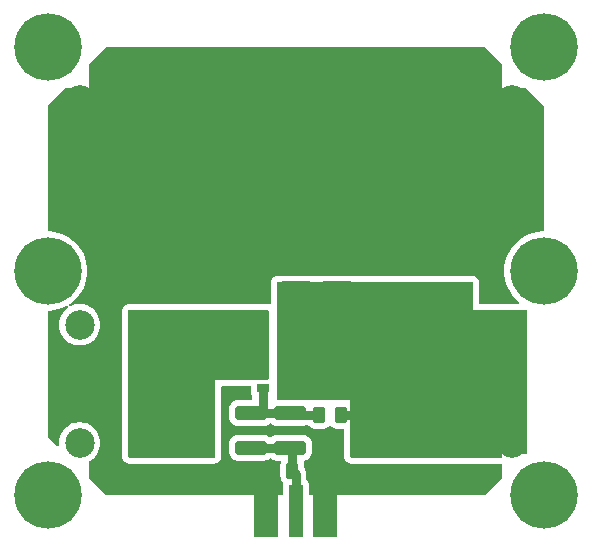
<source format=gtl>
%TF.GenerationSoftware,KiCad,Pcbnew,7.0.9*%
%TF.CreationDate,2024-01-13T21:21:30+01:00*%
%TF.ProjectId,line_injector,6c696e65-5f69-46e6-9a65-63746f722e6b,rev?*%
%TF.SameCoordinates,Original*%
%TF.FileFunction,Copper,L1,Top*%
%TF.FilePolarity,Positive*%
%FSLAX46Y46*%
G04 Gerber Fmt 4.6, Leading zero omitted, Abs format (unit mm)*
G04 Created by KiCad (PCBNEW 7.0.9) date 2024-01-13 21:21:30*
%MOMM*%
%LPD*%
G01*
G04 APERTURE LIST*
G04 Aperture macros list*
%AMRoundRect*
0 Rectangle with rounded corners*
0 $1 Rounding radius*
0 $2 $3 $4 $5 $6 $7 $8 $9 X,Y pos of 4 corners*
0 Add a 4 corners polygon primitive as box body*
4,1,4,$2,$3,$4,$5,$6,$7,$8,$9,$2,$3,0*
0 Add four circle primitives for the rounded corners*
1,1,$1+$1,$2,$3*
1,1,$1+$1,$4,$5*
1,1,$1+$1,$6,$7*
1,1,$1+$1,$8,$9*
0 Add four rect primitives between the rounded corners*
20,1,$1+$1,$2,$3,$4,$5,0*
20,1,$1+$1,$4,$5,$6,$7,0*
20,1,$1+$1,$6,$7,$8,$9,0*
20,1,$1+$1,$8,$9,$2,$3,0*%
%AMFreePoly0*
4,1,17,-1.530000,2.725000,1.530000,2.725000,1.530000,3.200000,2.280000,3.200000,2.280000,0.000000,2.775000,0.000000,2.775000,-0.905000,2.280000,-0.905000,2.280000,-1.330000,-2.280000,-1.330000,-2.280000,-0.905000,-2.775000,-0.905000,-2.775000,0.000000,-2.280000,0.000000,-2.280000,3.200000,-1.530000,3.200000,-1.530000,2.725000,-1.530000,2.725000,$1*%
G04 Aperture macros list end*
%TA.AperFunction,ComponentPad*%
%ADD10C,5.700000*%
%TD*%
%TA.AperFunction,SMDPad,CuDef*%
%ADD11RoundRect,0.250000X0.262500X0.450000X-0.262500X0.450000X-0.262500X-0.450000X0.262500X-0.450000X0*%
%TD*%
%TA.AperFunction,SMDPad,CuDef*%
%ADD12R,1.000000X0.750000*%
%TD*%
%TA.AperFunction,SMDPad,CuDef*%
%ADD13FreePoly0,270.000000*%
%TD*%
%TA.AperFunction,ComponentPad*%
%ADD14C,2.500000*%
%TD*%
%TA.AperFunction,ComponentPad*%
%ADD15C,4.000000*%
%TD*%
%TA.AperFunction,SMDPad,CuDef*%
%ADD16R,1.200000X4.500000*%
%TD*%
%TA.AperFunction,SMDPad,CuDef*%
%ADD17R,2.000000X4.500000*%
%TD*%
%TA.AperFunction,SMDPad,CuDef*%
%ADD18RoundRect,0.250000X1.100000X-0.325000X1.100000X0.325000X-1.100000X0.325000X-1.100000X-0.325000X0*%
%TD*%
%TA.AperFunction,ViaPad*%
%ADD19C,0.600000*%
%TD*%
%TA.AperFunction,Conductor*%
%ADD20C,0.750000*%
%TD*%
G04 APERTURE END LIST*
D10*
%TO.P,H6,1*%
%TO.N,N/C*%
X146000000Y-123000000D03*
%TD*%
%TO.P,H5,1*%
%TO.N,N/C*%
X146000000Y-142000000D03*
%TD*%
%TO.P,H4,1*%
%TO.N,N/C*%
X146000000Y-104000000D03*
%TD*%
%TO.P,H3,1*%
%TO.N,N/C*%
X104000000Y-142000000D03*
%TD*%
%TO.P,H2,1*%
%TO.N,N/C*%
X104000000Y-123000000D03*
%TD*%
%TO.P,H1,1*%
%TO.N,N/C*%
X104000000Y-104000000D03*
%TD*%
D11*
%TO.P,R2,2*%
%TO.N,Net-(Q1-G)*%
X126987500Y-135200000D03*
%TO.P,R2,1*%
%TO.N,Net-(J1-Pin_1)*%
X128812500Y-135200000D03*
%TD*%
%TO.P,R1,1*%
%TO.N,Net-(J2-In)*%
X124712500Y-139900000D03*
%TO.P,R1,2*%
%TO.N,GND*%
X122887500Y-139900000D03*
%TD*%
D12*
%TO.P,Q1,1,S*%
%TO.N,Net-(J4-Pin_1)*%
X122205000Y-129095000D03*
%TO.P,Q1,2,S*%
X122205000Y-130365000D03*
%TO.P,Q1,3,S*%
X122205000Y-131635000D03*
%TO.P,Q1,4,G*%
%TO.N,Net-(Q1-G)*%
X122205000Y-132905000D03*
D13*
%TO.P,Q1,5,D*%
%TO.N,Net-(J1-Pin_1)*%
X125000000Y-131000000D03*
%TD*%
D14*
%TO.P,J5,1,Pin_1*%
%TO.N,GND*%
X116900000Y-118500000D03*
X116900000Y-108500000D03*
D15*
X113000000Y-113500000D03*
D14*
X106700000Y-118500000D03*
X106700000Y-108500000D03*
%TD*%
%TO.P,J4,1,Pin_1*%
%TO.N,Net-(J4-Pin_1)*%
X116900000Y-137550000D03*
X116900000Y-127550000D03*
D15*
X113000000Y-132550000D03*
D14*
X106700000Y-137550000D03*
X106700000Y-127550000D03*
%TD*%
%TO.P,J3,1,Pin_1*%
%TO.N,GND*%
X133100000Y-108500000D03*
X133100000Y-118500000D03*
D15*
X137000000Y-113500000D03*
D14*
X143300000Y-108500000D03*
X143300000Y-118500000D03*
%TD*%
D16*
%TO.P,J2,1,In*%
%TO.N,Net-(J2-In)*%
X125000000Y-143350000D03*
D17*
%TO.P,J2,2,Ext*%
%TO.N,GND*%
X127500000Y-143350000D03*
X122500000Y-143350000D03*
%TD*%
D14*
%TO.P,J1,1,Pin_1*%
%TO.N,Net-(J1-Pin_1)*%
X133100000Y-127550000D03*
X133100000Y-137550000D03*
D15*
X137000000Y-132550000D03*
D14*
X143300000Y-127550000D03*
X143300000Y-137550000D03*
%TD*%
D18*
%TO.P,C4,1*%
%TO.N,Net-(J1-Pin_1)*%
X125000000Y-124475000D03*
%TO.P,C4,2*%
%TO.N,GND*%
X125000000Y-121525000D03*
%TD*%
%TO.P,C3,2*%
%TO.N,GND*%
X128500000Y-121525000D03*
%TO.P,C3,1*%
%TO.N,Net-(J1-Pin_1)*%
X128500000Y-124475000D03*
%TD*%
%TO.P,C2,1*%
%TO.N,Net-(J2-In)*%
X124500000Y-137975000D03*
%TO.P,C2,2*%
%TO.N,Net-(Q1-G)*%
X124500000Y-135025000D03*
%TD*%
%TO.P,C1,1*%
%TO.N,Net-(J2-In)*%
X121200000Y-137975000D03*
%TO.P,C1,2*%
%TO.N,Net-(Q1-G)*%
X121200000Y-135025000D03*
%TD*%
D19*
%TO.N,Net-(J1-Pin_1)*%
X129500000Y-133500000D03*
X129500000Y-131500000D03*
X129500000Y-129500000D03*
X125500000Y-127500000D03*
X127500000Y-127500000D03*
X129500000Y-127500000D03*
X130500000Y-124500000D03*
X130500000Y-136500000D03*
X130500000Y-134500000D03*
X130500000Y-132500000D03*
X130500000Y-130500000D03*
X130500000Y-128500000D03*
X130500000Y-126500000D03*
X128500000Y-126500000D03*
X126500000Y-126500000D03*
X124500000Y-126500000D03*
X128500000Y-128500000D03*
X128500000Y-130500000D03*
X128500000Y-132500000D03*
X126500000Y-128500000D03*
X124500000Y-128500000D03*
X127500000Y-129500000D03*
X126500000Y-129500000D03*
X125500000Y-129500000D03*
X124500000Y-129500000D03*
X124500000Y-130500000D03*
X125500000Y-130500000D03*
X126500000Y-130500000D03*
X127500000Y-130500000D03*
X127500000Y-131500000D03*
X126500000Y-131500000D03*
X125500000Y-131500000D03*
X124500000Y-131500000D03*
X127500000Y-133500000D03*
X127500000Y-132500000D03*
X126500000Y-132500000D03*
X126500000Y-133500000D03*
X125500000Y-133500000D03*
X125500000Y-132500000D03*
X124500000Y-132500000D03*
X124500000Y-133500000D03*
%TD*%
D20*
%TO.N,Net-(J2-In)*%
X124500000Y-137975000D02*
X121200000Y-137975000D01*
X124712500Y-139900000D02*
X124712500Y-138187500D01*
X124712500Y-138187500D02*
X124500000Y-137975000D01*
X125000000Y-143350000D02*
X125000000Y-140187500D01*
X125000000Y-140187500D02*
X124712500Y-139900000D01*
%TO.N,Net-(J1-Pin_1)*%
X130750000Y-135200000D02*
X133100000Y-137550000D01*
X128812500Y-135200000D02*
X130750000Y-135200000D01*
%TO.N,Net-(Q1-G)*%
X124675000Y-135200000D02*
X124500000Y-135025000D01*
X126987500Y-135200000D02*
X124675000Y-135200000D01*
X122205000Y-135025000D02*
X121200000Y-135025000D01*
X122205000Y-132905000D02*
X122205000Y-135025000D01*
X124500000Y-135025000D02*
X121200000Y-135025000D01*
%TD*%
%TA.AperFunction,Conductor*%
%TO.N,Net-(J4-Pin_1)*%
G36*
X122659191Y-126318907D02*
G01*
X122695155Y-126368407D01*
X122700000Y-126399000D01*
X122700000Y-132101000D01*
X122681093Y-132159191D01*
X122631593Y-132195155D01*
X122601000Y-132200000D01*
X118200000Y-132200000D01*
X118200000Y-132200001D01*
X118200000Y-138701000D01*
X118181093Y-138759191D01*
X118131593Y-138795155D01*
X118101000Y-138800000D01*
X110899000Y-138800000D01*
X110840809Y-138781093D01*
X110804845Y-138731593D01*
X110800000Y-138701000D01*
X110800000Y-126399000D01*
X110818907Y-126340809D01*
X110868407Y-126304845D01*
X110899000Y-126300000D01*
X122601000Y-126300000D01*
X122659191Y-126318907D01*
G37*
%TD.AperFunction*%
%TD*%
%TA.AperFunction,Conductor*%
%TO.N,Net-(J1-Pin_1)*%
G36*
X139959191Y-123918907D02*
G01*
X139995155Y-123968407D01*
X140000000Y-123999000D01*
X140000000Y-126300000D01*
X144501000Y-126300000D01*
X144559191Y-126318907D01*
X144595155Y-126368407D01*
X144600000Y-126399000D01*
X144600000Y-138401000D01*
X144581093Y-138459191D01*
X144531593Y-138495155D01*
X144501000Y-138500000D01*
X142500000Y-138500000D01*
X142500000Y-138500001D01*
X142500000Y-138701000D01*
X142481093Y-138759191D01*
X142431593Y-138795155D01*
X142401000Y-138800000D01*
X129699000Y-138800000D01*
X129640809Y-138781093D01*
X129604845Y-138731593D01*
X129600000Y-138701000D01*
X129600000Y-133900001D01*
X129600000Y-133900000D01*
X129599999Y-133900000D01*
X123499000Y-133900000D01*
X123440809Y-133881093D01*
X123404845Y-133831593D01*
X123400000Y-133801000D01*
X123400000Y-123999000D01*
X123418907Y-123940809D01*
X123468407Y-123904845D01*
X123499000Y-123900000D01*
X139901000Y-123900000D01*
X139959191Y-123918907D01*
G37*
%TD.AperFunction*%
%TD*%
%TA.AperFunction,Conductor*%
%TO.N,GND*%
G36*
X141017183Y-104018907D02*
G01*
X141028996Y-104028996D01*
X142471004Y-105471004D01*
X142498781Y-105525521D01*
X142500000Y-105541008D01*
X142500000Y-107500000D01*
X142500001Y-107500000D01*
X144458992Y-107500000D01*
X144517183Y-107518907D01*
X144528996Y-107528996D01*
X145971004Y-108971004D01*
X145998781Y-109025521D01*
X146000000Y-109041008D01*
X146000000Y-119550500D01*
X145981093Y-119608691D01*
X145931593Y-119644655D01*
X145901000Y-119649500D01*
X145818341Y-119649500D01*
X145457147Y-119688782D01*
X145102339Y-119766881D01*
X145102337Y-119766881D01*
X144758025Y-119882894D01*
X144428300Y-120035441D01*
X144428294Y-120035444D01*
X144116981Y-120222755D01*
X144116976Y-120222758D01*
X143827742Y-120442627D01*
X143563984Y-120692473D01*
X143563974Y-120692483D01*
X143328778Y-120969379D01*
X143328771Y-120969389D01*
X143124886Y-121270094D01*
X142954700Y-121591097D01*
X142820224Y-121928611D01*
X142820220Y-121928622D01*
X142723027Y-122278678D01*
X142664248Y-122637214D01*
X142644579Y-123000000D01*
X142664248Y-123362785D01*
X142723027Y-123721321D01*
X142820220Y-124071377D01*
X142820224Y-124071388D01*
X142954700Y-124408902D01*
X142954702Y-124408905D01*
X143124883Y-124729900D01*
X143328773Y-125030614D01*
X143328777Y-125030619D01*
X143328778Y-125030620D01*
X143563974Y-125307516D01*
X143563984Y-125307526D01*
X143827742Y-125557372D01*
X143905770Y-125616687D01*
X143940653Y-125666954D01*
X143939328Y-125728125D01*
X143902300Y-125776834D01*
X143845858Y-125794500D01*
X140604500Y-125794500D01*
X140546309Y-125775593D01*
X140510345Y-125726093D01*
X140505500Y-125695500D01*
X140505500Y-123999006D01*
X140505499Y-123998994D01*
X140499278Y-123919930D01*
X140494433Y-123889337D01*
X140471257Y-123798533D01*
X140404113Y-123671281D01*
X140368149Y-123621781D01*
X140350518Y-123598917D01*
X140244514Y-123501629D01*
X140244513Y-123501628D01*
X140115398Y-123438148D01*
X140115399Y-123438148D01*
X140057206Y-123419240D01*
X140043417Y-123414976D01*
X140043402Y-123414973D01*
X139901005Y-123394500D01*
X139901000Y-123394500D01*
X123499000Y-123394500D01*
X123419930Y-123400722D01*
X123389337Y-123405567D01*
X123298535Y-123428742D01*
X123298534Y-123428742D01*
X123298533Y-123428743D01*
X123280709Y-123438148D01*
X123171279Y-123495887D01*
X123171278Y-123495888D01*
X123121781Y-123531851D01*
X123098923Y-123549477D01*
X123098917Y-123549482D01*
X123001628Y-123655486D01*
X122938148Y-123784600D01*
X122919240Y-123842794D01*
X122914976Y-123856582D01*
X122914973Y-123856597D01*
X122894500Y-123998994D01*
X122894500Y-125727587D01*
X122875593Y-125785778D01*
X122826093Y-125821742D01*
X122764916Y-125821744D01*
X122757210Y-125819241D01*
X122743417Y-125814976D01*
X122743402Y-125814973D01*
X122601005Y-125794500D01*
X122601000Y-125794500D01*
X110899000Y-125794500D01*
X110819930Y-125800722D01*
X110789337Y-125805567D01*
X110698535Y-125828742D01*
X110698534Y-125828742D01*
X110698533Y-125828743D01*
X110656115Y-125851124D01*
X110571279Y-125895887D01*
X110571278Y-125895888D01*
X110521781Y-125931851D01*
X110498923Y-125949477D01*
X110498917Y-125949482D01*
X110401628Y-126055486D01*
X110338148Y-126184600D01*
X110319240Y-126242794D01*
X110314976Y-126256582D01*
X110314973Y-126256597D01*
X110294500Y-126398994D01*
X110294500Y-126399000D01*
X110294500Y-138701000D01*
X110300722Y-138780070D01*
X110305567Y-138810663D01*
X110328743Y-138901467D01*
X110339806Y-138922433D01*
X110395887Y-139028720D01*
X110395888Y-139028721D01*
X110411711Y-139050499D01*
X110431851Y-139078219D01*
X110449482Y-139101083D01*
X110555486Y-139198371D01*
X110684604Y-139261853D01*
X110724351Y-139274767D01*
X110742794Y-139280760D01*
X110748966Y-139282668D01*
X110756584Y-139285024D01*
X110756594Y-139285025D01*
X110756597Y-139285026D01*
X110898995Y-139305500D01*
X110899000Y-139305500D01*
X118100994Y-139305500D01*
X118101000Y-139305500D01*
X118180070Y-139299278D01*
X118210663Y-139294433D01*
X118301467Y-139271257D01*
X118428719Y-139204113D01*
X118478219Y-139168149D01*
X118501083Y-139150518D01*
X118598371Y-139044514D01*
X118661853Y-138915396D01*
X118680760Y-138857205D01*
X118685024Y-138843416D01*
X118695773Y-138768656D01*
X118705500Y-138701005D01*
X118705500Y-132804500D01*
X118724407Y-132746309D01*
X118773907Y-132710345D01*
X118804500Y-132705500D01*
X121105500Y-132705500D01*
X121163691Y-132724407D01*
X121199655Y-132773907D01*
X121204500Y-132804500D01*
X121204500Y-133327866D01*
X121204501Y-133327870D01*
X121210908Y-133387480D01*
X121210909Y-133387485D01*
X121261203Y-133522330D01*
X121261204Y-133522333D01*
X121309752Y-133587182D01*
X121329490Y-133645096D01*
X121329500Y-133646512D01*
X121329500Y-133850500D01*
X121310593Y-133908691D01*
X121261093Y-133944655D01*
X121230500Y-133949500D01*
X120049983Y-133949500D01*
X119947211Y-133959999D01*
X119947199Y-133960002D01*
X119780663Y-134015187D01*
X119631347Y-134107285D01*
X119507285Y-134231347D01*
X119415187Y-134380663D01*
X119360000Y-134547205D01*
X119349500Y-134649983D01*
X119349500Y-135400016D01*
X119359999Y-135502788D01*
X119360002Y-135502800D01*
X119415187Y-135669336D01*
X119507285Y-135818652D01*
X119507286Y-135818653D01*
X119507288Y-135818656D01*
X119631344Y-135942712D01*
X119780666Y-136034814D01*
X119947203Y-136089999D01*
X120049991Y-136100500D01*
X122350008Y-136100499D01*
X122350016Y-136100499D01*
X122452788Y-136090000D01*
X122452788Y-136089999D01*
X122452797Y-136089999D01*
X122619334Y-136034814D01*
X122768656Y-135942712D01*
X122779998Y-135931369D01*
X122834513Y-135903594D01*
X122894945Y-135913165D01*
X122920000Y-135931368D01*
X122931344Y-135942712D01*
X123080666Y-136034814D01*
X123247203Y-136089999D01*
X123349991Y-136100500D01*
X125650008Y-136100499D01*
X125650016Y-136100499D01*
X125752788Y-136090000D01*
X125752788Y-136089999D01*
X125752797Y-136089999D01*
X125781388Y-136080524D01*
X125812527Y-136075500D01*
X126050416Y-136075500D01*
X126108607Y-136094407D01*
X126127665Y-136114965D01*
X126128715Y-136114136D01*
X126132285Y-136118652D01*
X126132288Y-136118656D01*
X126256344Y-136242712D01*
X126405666Y-136334814D01*
X126572203Y-136389999D01*
X126674991Y-136400500D01*
X127300008Y-136400499D01*
X127300016Y-136400499D01*
X127402788Y-136390000D01*
X127402788Y-136389999D01*
X127402797Y-136389999D01*
X127569334Y-136334814D01*
X127718656Y-136242712D01*
X127829998Y-136131369D01*
X127884513Y-136103594D01*
X127944945Y-136113165D01*
X127970000Y-136131368D01*
X128081344Y-136242712D01*
X128230666Y-136334814D01*
X128397203Y-136389999D01*
X128499991Y-136400500D01*
X128995499Y-136400499D01*
X129053690Y-136419406D01*
X129089654Y-136468906D01*
X129094499Y-136499499D01*
X129094500Y-138700995D01*
X129094500Y-138701000D01*
X129100722Y-138780070D01*
X129105567Y-138810663D01*
X129128743Y-138901467D01*
X129139806Y-138922433D01*
X129195887Y-139028720D01*
X129195888Y-139028721D01*
X129211711Y-139050499D01*
X129231851Y-139078219D01*
X129249482Y-139101083D01*
X129355486Y-139198371D01*
X129484604Y-139261853D01*
X129524351Y-139274767D01*
X129542794Y-139280760D01*
X129548966Y-139282668D01*
X129556584Y-139285024D01*
X129556594Y-139285025D01*
X129556597Y-139285026D01*
X129698995Y-139305500D01*
X142401000Y-139305500D01*
X142459191Y-139324407D01*
X142495155Y-139373907D01*
X142500000Y-139404500D01*
X142500000Y-140458992D01*
X142481093Y-140517183D01*
X142471004Y-140528996D01*
X141028996Y-141971004D01*
X140974479Y-141998781D01*
X140958992Y-142000000D01*
X126199499Y-142000000D01*
X126141308Y-141981093D01*
X126105344Y-141931593D01*
X126100499Y-141901000D01*
X126100499Y-141052133D01*
X126100499Y-141052128D01*
X126094091Y-140992517D01*
X126060069Y-140901299D01*
X126043797Y-140857670D01*
X125957549Y-140742458D01*
X125957548Y-140742457D01*
X125957546Y-140742454D01*
X125957542Y-140742451D01*
X125957540Y-140742449D01*
X125915170Y-140710730D01*
X125879918Y-140660721D01*
X125875500Y-140631478D01*
X125875500Y-140225084D01*
X125875662Y-140221084D01*
X125880339Y-140163652D01*
X125869085Y-140081058D01*
X125860073Y-139998184D01*
X125859253Y-139995752D01*
X125854977Y-139977506D01*
X125854631Y-139974963D01*
X125825885Y-139896720D01*
X125799267Y-139817720D01*
X125797941Y-139815516D01*
X125789847Y-139798626D01*
X125789755Y-139798377D01*
X125788960Y-139796212D01*
X125744068Y-139725978D01*
X125741975Y-139722499D01*
X125739667Y-139718662D01*
X125725499Y-139667628D01*
X125725499Y-139399983D01*
X125715000Y-139297211D01*
X125714999Y-139297209D01*
X125714999Y-139297203D01*
X125672597Y-139169245D01*
X125672242Y-139108062D01*
X125707917Y-139058353D01*
X125747900Y-139042949D01*
X125747511Y-139041130D01*
X125752784Y-139040000D01*
X125752797Y-139039999D01*
X125919334Y-138984814D01*
X126068656Y-138892712D01*
X126192712Y-138768656D01*
X126284814Y-138619334D01*
X126339999Y-138452797D01*
X126350500Y-138350009D01*
X126350499Y-137599992D01*
X126350499Y-137599991D01*
X126350499Y-137599983D01*
X126340000Y-137497211D01*
X126339999Y-137497209D01*
X126339999Y-137497203D01*
X126284814Y-137330666D01*
X126192712Y-137181344D01*
X126068656Y-137057288D01*
X126068653Y-137057286D01*
X126068652Y-137057285D01*
X125919336Y-136965187D01*
X125919335Y-136965186D01*
X125919334Y-136965186D01*
X125752797Y-136910001D01*
X125752794Y-136910000D01*
X125650016Y-136899500D01*
X123349983Y-136899500D01*
X123247211Y-136909999D01*
X123247199Y-136910002D01*
X123080663Y-136965187D01*
X122931345Y-137057286D01*
X122920001Y-137068630D01*
X122865484Y-137096406D01*
X122805052Y-137086832D01*
X122779999Y-137068630D01*
X122768657Y-137057289D01*
X122768654Y-137057286D01*
X122619336Y-136965187D01*
X122619335Y-136965186D01*
X122619334Y-136965186D01*
X122452797Y-136910001D01*
X122452794Y-136910000D01*
X122350016Y-136899500D01*
X120049983Y-136899500D01*
X119947211Y-136909999D01*
X119947199Y-136910002D01*
X119780663Y-136965187D01*
X119631347Y-137057285D01*
X119507285Y-137181347D01*
X119415187Y-137330663D01*
X119360000Y-137497205D01*
X119349500Y-137599983D01*
X119349500Y-138350016D01*
X119359999Y-138452788D01*
X119360002Y-138452800D01*
X119415187Y-138619336D01*
X119507285Y-138768652D01*
X119507286Y-138768653D01*
X119507288Y-138768656D01*
X119631344Y-138892712D01*
X119780666Y-138984814D01*
X119947203Y-139039999D01*
X120049991Y-139050500D01*
X122350008Y-139050499D01*
X122350016Y-139050499D01*
X122452788Y-139040000D01*
X122452788Y-139039999D01*
X122452797Y-139039999D01*
X122619334Y-138984814D01*
X122768656Y-138892712D01*
X122779998Y-138881369D01*
X122834513Y-138853594D01*
X122894945Y-138863165D01*
X122920000Y-138881368D01*
X122931344Y-138892712D01*
X123080666Y-138984814D01*
X123247203Y-139039999D01*
X123349991Y-139050500D01*
X123654652Y-139050499D01*
X123712841Y-139069406D01*
X123748805Y-139118906D01*
X123748806Y-139180091D01*
X123748626Y-139180639D01*
X123710000Y-139297205D01*
X123699500Y-139399983D01*
X123699500Y-140400016D01*
X123709999Y-140502788D01*
X123710002Y-140502800D01*
X123765187Y-140669336D01*
X123857285Y-140818652D01*
X123857286Y-140818653D01*
X123857288Y-140818656D01*
X123894944Y-140856312D01*
X123922720Y-140910827D01*
X123917698Y-140960909D01*
X123905909Y-140992515D01*
X123905908Y-140992522D01*
X123899500Y-141052129D01*
X123899500Y-141901000D01*
X123880593Y-141959191D01*
X123831093Y-141995155D01*
X123800500Y-142000000D01*
X109041008Y-142000000D01*
X108982817Y-141981093D01*
X108971004Y-141971004D01*
X107528996Y-140528996D01*
X107501219Y-140474479D01*
X107500000Y-140458992D01*
X107500000Y-139169854D01*
X107518907Y-139111663D01*
X107556045Y-139080657D01*
X107577704Y-139070228D01*
X107794479Y-138922433D01*
X107986805Y-138743981D01*
X108150386Y-138538857D01*
X108281568Y-138311643D01*
X108377420Y-138067416D01*
X108435802Y-137811630D01*
X108455408Y-137550000D01*
X108435802Y-137288370D01*
X108377420Y-137032584D01*
X108377419Y-137032583D01*
X108377419Y-137032580D01*
X108281570Y-136788363D01*
X108281568Y-136788357D01*
X108281563Y-136788348D01*
X108281561Y-136788344D01*
X108150389Y-136561148D01*
X108150388Y-136561147D01*
X108150386Y-136561143D01*
X108101227Y-136499499D01*
X107986814Y-136356029D01*
X107986803Y-136356017D01*
X107794485Y-136177572D01*
X107794482Y-136177570D01*
X107794479Y-136177567D01*
X107577704Y-136029772D01*
X107577696Y-136029768D01*
X107341325Y-135915937D01*
X107090619Y-135838605D01*
X107090616Y-135838604D01*
X107090615Y-135838604D01*
X107090610Y-135838603D01*
X107090609Y-135838603D01*
X106831185Y-135799500D01*
X106831182Y-135799500D01*
X106568818Y-135799500D01*
X106568814Y-135799500D01*
X106309390Y-135838603D01*
X106309380Y-135838605D01*
X106058674Y-135915937D01*
X105822303Y-136029768D01*
X105822299Y-136029770D01*
X105822296Y-136029772D01*
X105605521Y-136177567D01*
X105605514Y-136177572D01*
X105413196Y-136356017D01*
X105413185Y-136356029D01*
X105249620Y-136561134D01*
X105249610Y-136561148D01*
X105118438Y-136788344D01*
X105118429Y-136788363D01*
X105022580Y-137032580D01*
X104964198Y-137288368D01*
X104964197Y-137288374D01*
X104944592Y-137549997D01*
X104944592Y-137550002D01*
X104956618Y-137710489D01*
X104942112Y-137769930D01*
X104895438Y-137809492D01*
X104834424Y-137814064D01*
X104787891Y-137787891D01*
X104028996Y-137028996D01*
X104001219Y-136974479D01*
X104000000Y-136958992D01*
X104000000Y-126449500D01*
X104018907Y-126391309D01*
X104068407Y-126355345D01*
X104099000Y-126350500D01*
X104181659Y-126350500D01*
X104542847Y-126311218D01*
X104897661Y-126233118D01*
X104897662Y-126233118D01*
X104897664Y-126233117D01*
X104897670Y-126233116D01*
X105241969Y-126117108D01*
X105562829Y-125968662D01*
X105623578Y-125961389D01*
X105677003Y-125991213D01*
X105702694Y-126046744D01*
X105690839Y-126106769D01*
X105660166Y-126140310D01*
X105605516Y-126177570D01*
X105413196Y-126356017D01*
X105413185Y-126356029D01*
X105249620Y-126561134D01*
X105249610Y-126561148D01*
X105118438Y-126788344D01*
X105118429Y-126788363D01*
X105022580Y-127032580D01*
X104964198Y-127288368D01*
X104964197Y-127288374D01*
X104944592Y-127549997D01*
X104944592Y-127550002D01*
X104964197Y-127811625D01*
X104964198Y-127811631D01*
X105022580Y-128067419D01*
X105118429Y-128311636D01*
X105118438Y-128311655D01*
X105249610Y-128538851D01*
X105249620Y-128538865D01*
X105413185Y-128743970D01*
X105413196Y-128743982D01*
X105605514Y-128922427D01*
X105605516Y-128922428D01*
X105605521Y-128922433D01*
X105822296Y-129070228D01*
X105929810Y-129122004D01*
X106058674Y-129184062D01*
X106058676Y-129184062D01*
X106058677Y-129184063D01*
X106309385Y-129261396D01*
X106568818Y-129300500D01*
X106568823Y-129300500D01*
X106831177Y-129300500D01*
X106831182Y-129300500D01*
X107090615Y-129261396D01*
X107341323Y-129184063D01*
X107577704Y-129070228D01*
X107794479Y-128922433D01*
X107986805Y-128743981D01*
X108150386Y-128538857D01*
X108281568Y-128311643D01*
X108377420Y-128067416D01*
X108435802Y-127811630D01*
X108455408Y-127550000D01*
X108435802Y-127288370D01*
X108377420Y-127032584D01*
X108377419Y-127032583D01*
X108377419Y-127032580D01*
X108281570Y-126788363D01*
X108281568Y-126788357D01*
X108281563Y-126788348D01*
X108281561Y-126788344D01*
X108150389Y-126561148D01*
X108150388Y-126561147D01*
X108150386Y-126561143D01*
X108036957Y-126418907D01*
X107986814Y-126356029D01*
X107986803Y-126356017D01*
X107794485Y-126177572D01*
X107794482Y-126177570D01*
X107794479Y-126177567D01*
X107577704Y-126029772D01*
X107577696Y-126029768D01*
X107341325Y-125915937D01*
X107090619Y-125838605D01*
X107090616Y-125838604D01*
X107090615Y-125838604D01*
X107090610Y-125838603D01*
X107090609Y-125838603D01*
X106831185Y-125799500D01*
X106831182Y-125799500D01*
X106568818Y-125799500D01*
X106568814Y-125799500D01*
X106309390Y-125838603D01*
X106309380Y-125838605D01*
X106058674Y-125915938D01*
X105943755Y-125971279D01*
X105883123Y-125979492D01*
X105829244Y-125950497D01*
X105802697Y-125895371D01*
X105813623Y-125835169D01*
X105849761Y-125797255D01*
X105883019Y-125777245D01*
X106172254Y-125557375D01*
X106436021Y-125307521D01*
X106671227Y-125030614D01*
X106875117Y-124729900D01*
X107045298Y-124408905D01*
X107179775Y-124071391D01*
X107230322Y-123889337D01*
X107276972Y-123721321D01*
X107335751Y-123362785D01*
X107355421Y-123000000D01*
X107335751Y-122637215D01*
X107276973Y-122278684D01*
X107276972Y-122278683D01*
X107276972Y-122278678D01*
X107179779Y-121928622D01*
X107179777Y-121928617D01*
X107179775Y-121928609D01*
X107045298Y-121591095D01*
X106875117Y-121270100D01*
X106671227Y-120969386D01*
X106651815Y-120946533D01*
X106436025Y-120692483D01*
X106436015Y-120692473D01*
X106172257Y-120442627D01*
X105883023Y-120222758D01*
X105883022Y-120222757D01*
X105883019Y-120222755D01*
X105571708Y-120035445D01*
X105458468Y-119983054D01*
X105241974Y-119882894D01*
X105241971Y-119882893D01*
X105241969Y-119882892D01*
X104897670Y-119766884D01*
X104897669Y-119766883D01*
X104897661Y-119766881D01*
X104542851Y-119688782D01*
X104542852Y-119688782D01*
X104181659Y-119649500D01*
X104099000Y-119649500D01*
X104040809Y-119630593D01*
X104004845Y-119581093D01*
X104000000Y-119550500D01*
X104000000Y-109041008D01*
X104018907Y-108982817D01*
X104028996Y-108971004D01*
X105471004Y-107528996D01*
X105525521Y-107501219D01*
X105541008Y-107500000D01*
X107499999Y-107500000D01*
X107500000Y-107500000D01*
X107500000Y-105541008D01*
X107518907Y-105482817D01*
X107528996Y-105471004D01*
X108971004Y-104028996D01*
X109025521Y-104001219D01*
X109041008Y-104000000D01*
X140958992Y-104000000D01*
X141017183Y-104018907D01*
G37*
%TD.AperFunction*%
%TD*%
M02*

</source>
